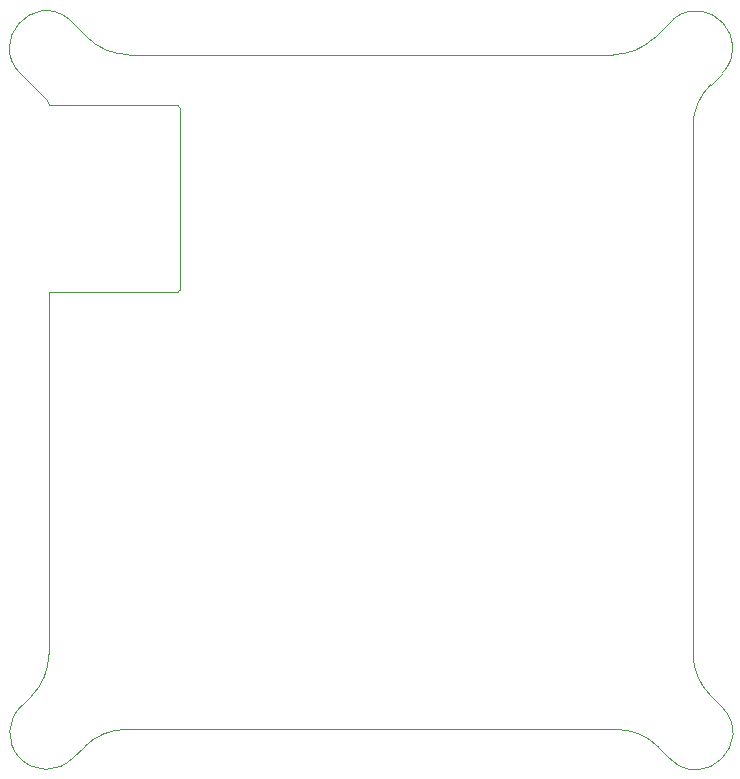
<source format=gbr>
%TF.GenerationSoftware,KiCad,Pcbnew,9.0.0*%
%TF.CreationDate,2025-06-30T18:18:02+02:00*%
%TF.ProjectId,CM5_MINIMA_3,434d355f-4d49-44e4-994d-415f332e6b69,2*%
%TF.SameCoordinates,Original*%
%TF.FileFunction,Profile,NP*%
%FSLAX46Y46*%
G04 Gerber Fmt 4.6, Leading zero omitted, Abs format (unit mm)*
G04 Created by KiCad (PCBNEW 9.0.0) date 2025-06-30 18:18:02*
%MOMM*%
%LPD*%
G01*
G04 APERTURE LIST*
%TA.AperFunction,Profile*%
%ADD10C,0.050000*%
%TD*%
G04 APERTURE END LIST*
D10*
X11133579Y53108579D02*
G75*
G02*
X11333579Y52908579I21J-199979D01*
G01*
X56198280Y3200469D02*
X57223718Y2159880D01*
X53138956Y60479214D02*
G75*
G02*
X57260012Y55878129I1861044J-2479214D01*
G01*
X48274817Y280000D02*
X6758008Y280000D01*
X2211856Y-2172024D02*
G75*
G02*
X-2057640Y2318645I-2211856J2172024D01*
G01*
X11333579Y52908579D02*
X11333579Y37516421D01*
X56239162Y54870297D02*
X57260012Y55878129D01*
X6991566Y57420000D02*
G75*
G02*
X3431261Y58909446I34J5000000D01*
G01*
X220000Y53108579D02*
X210472Y53228879D01*
X51827331Y-1201528D02*
X52828053Y-2211932D01*
X-2057639Y2318644D02*
X-1282455Y3081424D01*
X54751934Y51311284D02*
X54759646Y6709117D01*
X51489420Y58856070D02*
G75*
G02*
X47982512Y57419992I-3506920J3563930D01*
G01*
X54751934Y51311284D02*
G75*
G02*
X56239180Y54870279I5000266J716D01*
G01*
X11133579Y53108579D02*
X220000Y53108579D01*
X-2133961Y55751399D02*
X64581Y53555271D01*
X57223718Y2159880D02*
G75*
G02*
X52828052Y-2211933I-2223718J-2159880D01*
G01*
X210637Y6643833D02*
G75*
G02*
X-1282456Y3081425I-5000007J1527D01*
G01*
X56198280Y3200469D02*
G75*
G02*
X54759619Y6709117I3561320J3509531D01*
G01*
X220000Y37316421D02*
X11133579Y37316421D01*
X11333579Y37516421D02*
G75*
G02*
X11133579Y37316421I-199979J-21D01*
G01*
X3262699Y-1144693D02*
G75*
G02*
X6758008Y279995I3495301J-3575307D01*
G01*
X-2133961Y55751399D02*
G75*
G02*
X1958863Y60402676I2133961J2248601D01*
G01*
X2211856Y-2172024D02*
X3262699Y-1144693D01*
X210637Y6643833D02*
X219967Y37316421D01*
X51489420Y58856070D02*
X53138956Y60479214D01*
X6991566Y57420000D02*
X47982512Y57420000D01*
X64581Y53555271D02*
G75*
G02*
X210511Y53228881I-353281J-353771D01*
G01*
X48274817Y280000D02*
G75*
G02*
X51827343Y-1201516I-17J-5000100D01*
G01*
X1958863Y60402676D02*
X3431244Y58909429D01*
M02*

</source>
